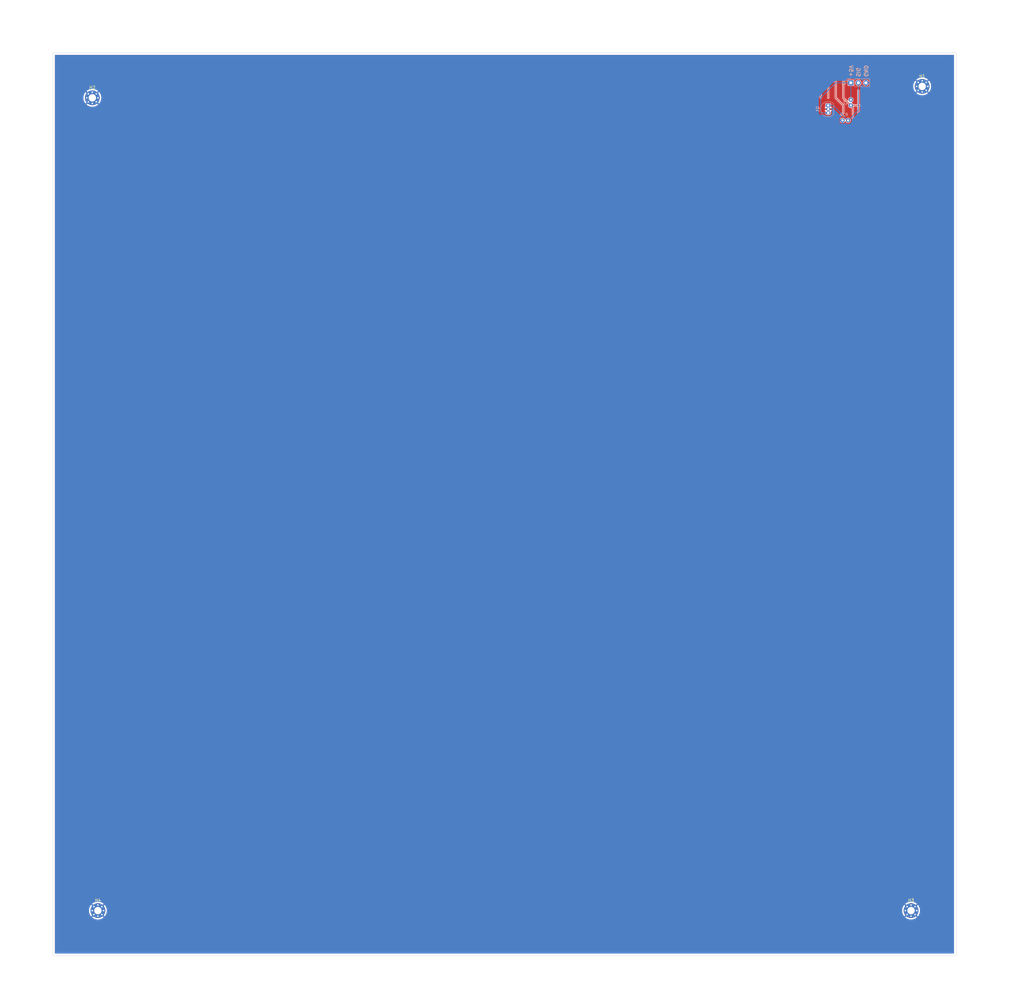
<source format=kicad_pcb>
(kicad_pcb (version 20240108) (generator "pcbnew") (generator_version "8.0")
  (title_block (title "ArUco Water Sensor") (date "2024-02-24"))
  (layers (0 "F.Cu" signal) (31 "B.Cu" signal) (34 "B.Paste" user) (35 "F.Paste" user) (36 "B.SilkS" user "B.Silkscreen") (37 "F.SilkS" user "F.Silkscreen") (38 "B.Mask" user) (39 "F.Mask" user) (44 "Edge.Cuts" user))
  (net 0 "")
  (net 1 "GND")
  (net 2 "SIG")
  (net 3 "+5V")
  (net 4 "BASE_SENSE")
  (net 5 "PWR_SENSE")
  (footprint "MountingHole:MountingHole_2.5mm_Pad_Via" (layer "F.Cu") (at 140.365 60.96)
    (property "Reference" "H2" (at 0 -3.5 0) (layer "F.SilkS"))
    (property "Value" "MountingHole_Pad" (hide yes))
    (pad "1" thru_hole circle (at -1.875 0) (size 0.8 0.8) (drill 0.5) (layers "*.Cu" "*.Mask") (net 1 "GND"))
    (pad "1" thru_hole circle (at -1.325825 -1.325825) (size 0.8 0.8) (drill 0.5) (layers "*.Cu" "*.Mask") (net 1 "GND"))
    (pad "1" thru_hole circle (at -1.325825 1.325825) (size 0.8 0.8) (drill 0.5) (layers "*.Cu" "*.Mask") (net 1 "GND"))
    (pad "1" thru_hole circle (at 0 -1.875) (size 0.8 0.8) (drill 0.5) (layers "*.Cu" "*.Mask") (net 1 "GND"))
    (pad "1" thru_hole circle (at 0 0) (size 5 5) (drill 2.5) (layers "*.Cu" "*.Mask") (net 1 "GND"))
    (pad "1" thru_hole circle (at 0 1.875) (size 0.8 0.8) (drill 0.5) (layers "*.Cu" "*.Mask") (net 1 "GND"))
    (pad "1" thru_hole circle (at 1.325825 -1.325825) (size 0.8 0.8) (drill 0.5) (layers "*.Cu" "*.Mask") (net 1 "GND"))
    (pad "1" thru_hole circle (at 1.325825 1.325825) (size 0.8 0.8) (drill 0.5) (layers "*.Cu" "*.Mask") (net 1 "GND"))
    (pad "1" thru_hole circle (at 1.875 0) (size 0.8 0.8) (drill 0.5) (layers "*.Cu" "*.Mask") (net 1 "GND"))
  )
  (footprint "MountingHole:MountingHole_2.5mm_Pad_Via" (layer "F.Cu") (at 142.24 335.28)
    (property "Reference" "H4" (at 0 -3.5 0) (layer "F.SilkS"))
    (property "Value" "MountingHole_Pad" (hide yes))
    (pad "1" thru_hole circle (at -1.875 0) (size 0.8 0.8) (drill 0.5) (layers "*.Cu" "*.Mask") (net 1 "GND"))
    (pad "1" thru_hole circle (at -1.325825 -1.325825) (size 0.8 0.8) (drill 0.5) (layers "*.Cu" "*.Mask") (net 1 "GND"))
    (pad "1" thru_hole circle (at -1.325825 1.325825) (size 0.8 0.8) (drill 0.5) (layers "*.Cu" "*.Mask") (net 1 "GND"))
    (pad "1" thru_hole circle (at 0 -1.875) (size 0.8 0.8) (drill 0.5) (layers "*.Cu" "*.Mask") (net 1 "GND"))
    (pad "1" thru_hole circle (at 0 0) (size 5 5) (drill 2.5) (layers "*.Cu" "*.Mask") (net 1 "GND"))
    (pad "1" thru_hole circle (at 0 1.875) (size 0.8 0.8) (drill 0.5) (layers "*.Cu" "*.Mask") (net 1 "GND"))
    (pad "1" thru_hole circle (at 1.325825 -1.325825) (size 0.8 0.8) (drill 0.5) (layers "*.Cu" "*.Mask") (net 1 "GND"))
    (pad "1" thru_hole circle (at 1.325825 1.325825) (size 0.8 0.8) (drill 0.5) (layers "*.Cu" "*.Mask") (net 1 "GND"))
    (pad "1" thru_hole circle (at 1.875 0) (size 0.8 0.8) (drill 0.5) (layers "*.Cu" "*.Mask") (net 1 "GND"))
  )
  (footprint "MountingHole:MountingHole_2.5mm_Pad_Via" (layer "F.Cu") (at 420.314175 57.094175)
    (property "Reference" "H1" (at 0 -3.5 0) (layer "F.SilkS"))
    (property "Value" "MountingHole_Pad" (hide yes))
    (pad "1" thru_hole circle (at -1.875 0) (size 0.8 0.8) (drill 0.5) (layers "*.Cu" "*.Mask") (net 1 "GND"))
    (pad "1" thru_hole circle (at -1.325825 -1.325825) (size 0.8 0.8) (drill 0.5) (layers "*.Cu" "*.Mask") (net 1 "GND"))
    (pad "1" thru_hole circle (at -1.325825 1.325825) (size 0.8 0.8) (drill 0.5) (layers "*.Cu" "*.Mask") (net 1 "GND"))
    (pad "1" thru_hole circle (at 0 -1.875) (size 0.8 0.8) (drill 0.5) (layers "*.Cu" "*.Mask") (net 1 "GND"))
    (pad "1" thru_hole circle (at 0 0) (size 5 5) (drill 2.5) (layers "*.Cu" "*.Mask") (net 1 "GND"))
    (pad "1" thru_hole circle (at 0 1.875) (size 0.8 0.8) (drill 0.5) (layers "*.Cu" "*.Mask") (net 1 "GND"))
    (pad "1" thru_hole circle (at 1.325825 -1.325825) (size 0.8 0.8) (drill 0.5) (layers "*.Cu" "*.Mask") (net 1 "GND"))
    (pad "1" thru_hole circle (at 1.325825 1.325825) (size 0.8 0.8) (drill 0.5) (layers "*.Cu" "*.Mask") (net 1 "GND"))
    (pad "1" thru_hole circle (at 1.875 0) (size 0.8 0.8) (drill 0.5) (layers "*.Cu" "*.Mask") (net 1 "GND"))
  )
  (footprint "MountingHole:MountingHole_2.5mm_Pad_Via" (layer "F.Cu") (at 416.56 335.28)
    (property "Reference" "H3" (at 0 -3.5 0) (layer "F.SilkS"))
    (property "Value" "MountingHole_Pad" (hide yes))
    (pad "1" thru_hole circle (at -1.875 0) (size 0.8 0.8) (drill 0.5) (layers "*.Cu" "*.Mask") (net 1 "GND"))
    (pad "1" thru_hole circle (at -1.325825 -1.325825) (size 0.8 0.8) (drill 0.5) (layers "*.Cu" "*.Mask") (net 1 "GND"))
    (pad "1" thru_hole circle (at -1.325825 1.325825) (size 0.8 0.8) (drill 0.5) (layers "*.Cu" "*.Mask") (net 1 "GND"))
    (pad "1" thru_hole circle (at 0 -1.875) (size 0.8 0.8) (drill 0.5) (layers "*.Cu" "*.Mask") (net 1 "GND"))
    (pad "1" thru_hole circle (at 0 0) (size 5 5) (drill 2.5) (layers "*.Cu" "*.Mask") (net 1 "GND"))
    (pad "1" thru_hole circle (at 0 1.875) (size 0.8 0.8) (drill 0.5) (layers "*.Cu" "*.Mask") (net 1 "GND"))
    (pad "1" thru_hole circle (at 1.325825 -1.325825) (size 0.8 0.8) (drill 0.5) (layers "*.Cu" "*.Mask") (net 1 "GND"))
    (pad "1" thru_hole circle (at 1.325825 1.325825) (size 0.8 0.8) (drill 0.5) (layers "*.Cu" "*.Mask") (net 1 "GND"))
    (pad "1" thru_hole circle (at 1.875 0) (size 0.8 0.8) (drill 0.5) (layers "*.Cu" "*.Mask") (net 1 "GND"))
  )
  (footprint "Resistor_THT:R_Axial_DIN0204_L3.6mm_D1.6mm_P1.90mm_Vertical" (layer "B.Cu") (at 395.3275 68.58 180)
    (property "Reference" "R2" (at 0.95 1.92 0) (layer "B.SilkS") (effects (justify mirror)))
    (property "Value" "100")
    (fp_arc (start 0.417133 0.7) (mid -0.813042 0.054435) (end 0.320095 -0.749359) (stroke (width 0.12)) (layer "B.SilkS"))
    (pad "1" thru_hole circle (at 0 0 180) (size 1.4 1.4) (drill 0.7) (layers "*.Cu" "*.Mask") (net 2 "SIG"))
    (pad "2" thru_hole oval (at 1.9 0 180) (size 1.4 1.4) (drill 0.7) (layers "*.Cu" "*.Mask") (net 1 "GND"))
  )
  (footprint "Connector_PinHeader_2.54mm:PinHeader_1x03_P2.54mm_Vertical" (layer "B.Cu") (at 396.24 55.88 -90)
    (property "Reference" "J2" (at 0 2.33 90) (layer "B.SilkS") (effects (justify mirror)))
    (property "Value" "Conn_01x03_Pin" (hide yes))
    (fp_line (start -1.33 1.33) (end 0 1.33) (stroke (width 0.12)) (layer "B.SilkS"))
    (fp_line (start -1.33 0) (end -1.33 1.33) (stroke (width 0.12)) (layer "B.SilkS"))
    (fp_line (start -1.33 -1.27) (end 1.33 -1.27) (stroke (width 0.12)) (layer "B.SilkS"))
    (fp_line (start -1.33 -1.27) (end -1.33 -6.41) (stroke (width 0.12)) (layer "B.SilkS"))
    (fp_line (start 1.33 -1.27) (end 1.33 -6.41) (stroke (width 0.12)) (layer "B.SilkS"))
    (fp_line (start -1.33 -6.41) (end 1.33 -6.41) (stroke (width 0.12)) (layer "B.SilkS"))
    (pad "1" thru_hole rect (at 0 0 270) (size 1.7 1.7) (drill 1) (layers "*.Cu" "*.Mask") (net 3 "+5V"))
    (pad "2" thru_hole oval (at 0 -2.54 270) (size 1.7 1.7) (drill 1) (layers "*.Cu" "*.Mask") (net 2 "SIG"))
    (pad "3" thru_hole oval (at 0 -5.08 270) (size 1.7 1.7) (drill 1) (layers "*.Cu" "*.Mask") (net 1 "GND"))
  )
  (footprint "Resistor_THT:R_Axial_DIN0204_L3.6mm_D1.6mm_P1.90mm_Vertical" (layer "B.Cu") (at 396.24 61.6 -90)
    (property "Reference" "R1" (at 0.95 1.92 90) (layer "B.SilkS") (effects (justify mirror)))
    (property "Value" "100")
    (fp_arc (start 0.417133 0.7) (mid -0.813042 0.054435) (end 0.320095 -0.749359) (stroke (width 0.12)) (layer "B.SilkS"))
    (pad "1" thru_hole circle (at 0 0 270) (size 1.4 1.4) (drill 0.7) (layers "*.Cu" "*.Mask") (net 3 "+5V"))
    (pad "2" thru_hole oval (at 1.9 0 270) (size 1.4 1.4) (drill 0.7) (layers "*.Cu" "*.Mask") (net 5 "PWR_SENSE"))
  )
  (footprint "Package_TO_SOT_THT:TO-92_Inline" (layer "B.Cu") (at 388.620006 63.5 -90)
    (property "Reference" "Q1" (at 1.27 3.56 90) (layer "B.SilkS") (effects (justify mirror)))
    (property "Value" "2N3904")
    (fp_line (start -0.53 -1.85) (end 3.07 -1.85) (stroke (width 0.12)) (layer "B.SilkS"))
    (fp_arc (start 1.27 2.6) (mid -1.132087 0.994977) (end -0.568478 -1.838478) (stroke (width 0.12)) (layer "B.SilkS"))
    (fp_arc (start 3.108478 -1.838478) (mid 3.672087 0.994977) (end 1.27 2.6) (stroke (width 0.12)) (layer "B.SilkS"))
    (pad "1" thru_hole rect (at 0 0 270) (size 1.05 1.5) (drill 0.75) (layers "*.Cu" "*.Mask") (net 2 "SIG"))
    (pad "2" thru_hole oval (at 1.27 0 270) (size 1.05 1.5) (drill 0.75) (layers "*.Cu" "*.Mask") (net 4 "BASE_SENSE"))
    (pad "3" thru_hole oval (at 2.54 0 270) (size 1.05 1.5) (drill 0.75) (layers "*.Cu" "*.Mask") (net 3 "+5V"))
  )
  (gr_rect (start 127 45.72) (end 431.8 350.52) (stroke (width 0.1)) (fill none) (layer "Edge.Cuts"))
  (gr_text "SIG" (at 398 54 270) (layer "B.SilkS") (effects (font (size 1.27 1.27) (thickness 0.25) (bold yes)) (justify left bottom mirror)))
  (gr_text "GND" (at 400.6 54 270) (layer "B.SilkS") (effects (font (size 1.27 1.27) (thickness 0.25) (bold yes)) (justify left bottom mirror)))
  (gr_text "+5V" (at 395.6 54 -90) (layer "B.SilkS") (effects (font (size 1.27 1.27) (thickness 0.25) (bold yes)) (justify left bottom mirror)))
  (segment (start 398.78 55.88) (end 398.78 65.1275) (width 0.25) (layer "B.Cu") (net 2))
  (segment (start 390.2475 63.5) (end 388.620006 63.5) (width 0.25) (layer "B.Cu") (net 2))
  (segment (start 398.78 65.1275) (end 395.3275 68.58) (width 0.25) (layer "B.Cu") (net 2))
  (segment (start 395.3275 68.58) (end 390.2475 63.5) (width 0.25) (layer "B.Cu") (net 2))
  (segment (start 391.16 55.88) (end 386.08 60.96) (width 0.25) (layer "B.Cu") (net 3))
  (segment (start 396.24 55.88) (end 391.16 55.88) (width 0.25) (layer "B.Cu") (net 3))
  (segment (start 396.24 55.88) (end 396.24 61.6) (width 0.25) (layer "B.Cu") (net 3))
  (segment (start 386.08 66.04) (end 388.620006 66.04) (width 0.25) (layer "B.Cu") (net 3))
  (segment (start 386.08 60.96) (end 386.08 66.04) (width 0.25) (layer "B.Cu") (net 3))
  (segment (start 388.620006 64.77) (end 389.275006 64.77) (width 0.25) (layer "F.Cu") (net 4))
  (segment (start 375.92 48.26) (end 375.92 347.98) (width 0.25) (layer "F.Cu") (net 5))
  (segment (start 419.1 347.98) (end 419.1 340.485) (width 0.25) (layer "F.Cu") (net 5))
  (segment (start 393.7 66.04) (end 391.16 68.58) (width 0.25) (layer "F.Cu") (net 5))
  (segment (start 416.56 62.23) (end 414.02 62.23) (width 0.25) (layer "F.Cu") (net 5))
  (segment (start 154.94 48.26) (end 154.94 347.98) (width 0.25) (layer "F.Cu") (net 5))
  (segment (start 294.64 48.26) (end 294.64 347.98) (width 0.25) (layer "F.Cu") (net 5))
  (segment (start 416.56 340.485) (end 414.02 340.485) (width 0.25) (layer "F.Cu") (net 5))
  (segment (start 208.28 48.26) (end 208.28 347.98) (width 0.25) (layer "F.Cu") (net 5))
  (segment (start 419.1 62.23) (end 416.56 62.23) (width 0.25) (layer "F.Cu") (net 5))
  (segment (start 147.445 344.17) (end 147.445 347.855) (width 0.25) (layer "F.Cu") (net 5))
  (segment (start 154.94 48.26) (end 152.4 48.26) (width 0.25) (layer "F.Cu") (net 5))
  (segment (start 414.02 347.98) (end 414.02 340.485) (width 0.25) (layer "F.Cu") (net 5))
  (segment (start 144.78 48.26) (end 142.24 48.26) (width 0.25) (layer "F.Cu") (net 5))
  (segment (start 160.02 48.26) (end 157.48 48.26) (width 0.25) (layer "F.Cu") (net 5))
  (segment (start 396.94 64.2) (end 396.94 70.42) (width 0.25) (layer "F.Cu") (net 5))
  (segment (start 276.86 48.26) (end 276.86 342.9) (width 0.25) (layer "F.Cu") (net 5))
  (segment (start 424.18 52.07) (end 421.64 52.07) (width 0.25) (layer "F.Cu") (net 5))
  (segment (start 137.16 48.26) (end 137.16 53.34) (width 0.25) (layer "F.Cu") (net 5))
  (segment (start 320.04 48.26) (end 320.04 347.98) (width 0.25) (layer "F.Cu") (net 5))
  (segment (start 317.5 48.26) (end 317.5 347.98) (width 0.25) (layer "F.Cu") (net 5))
  (segment (start 139.7 327.66) (end 137.16 327.66) (width 0.25) (layer "F.Cu") (net 5))
  (segment (start 200.66 48.26) (end 198.12 48.26) (width 0.25) (layer "F.Cu") (net 5))
  (segment (start 424.18 62.23) (end 424.18 347.98) (width 0.25) (layer "F.Cu") (net 5))
  (segment (start 137.16 327.66) (end 137.16 68.58) (width 0.25) (layer "F.Cu") (net 5))
  (segment (start 302.26 48.26) (end 302.26 347.98) (width 0.25) (layer "F.Cu") (net 5))
  (segment (start 421.64 52.07) (end 419.1 52.07) (width 0.25) (layer "F.Cu") (net 5))
  (segment (start 337.82 48.26) (end 327.66 48.26) (width 0.25) (layer "F.Cu") (net 5))
  (segment (start 215.9 48.26) (end 213.36 48.26) (width 0.25) (layer "F.Cu") (net 5))
  (segment (start 256.54 48.26) (end 256.54 347.98) (width 0.25) (layer "F.Cu") (net 5))
  (segment (start 388.62 68.58) (end 388.62 347.98) (width 0.25) (layer "F.Cu") (net 5))
  (segment (start 426.72 48.26) (end 426.72 347.98) (width 0.25) (layer "F.Cu") (net 5))
  (segment (start 384 48.26) (end 337.82 48.26) (width 0.25) (layer "F.Cu") (net 5))
  (segment (start 274.32 48.26) (end 274.32 342.9) (width 0.25) (layer "F.Cu") (net 5))
  (segment (start 254 48.26) (end 254 347.98) (width 0.25) (layer "F.Cu") (net 5))
  (segment (start 393.7 48.26) (end 391.16 48.26) (width 0.25) (layer "F.Cu") (net 5))
  (segment (start 365.76 48.26) (end 365.76 347.98) (width 0.25) (layer "F.Cu") (net 5))
  (segment (start 414.02 62.23) (end 414.02 53.34) (width 0.25) (layer "F.Cu") (net 5))
  (segment (start 139.7 48.26) (end 137.16 48.26) (width 0.25) (layer "F.Cu") (net 5))
  (segment (start 419.1 52.07) (end 417.83 52.07) (width 0.25) (layer "F.Cu") (net 5))
  (segment (start 172.72 48.26) (end 172.72 347.98) (width 0.25) (layer "F.Cu") (net 5))
  (segment (start 147.32 324.943222) (end 147.32 327.66) (width 0.25) (layer "F.Cu") (net 5))
  (segment (start 401.32 63.5) (end 401.32 71.12) (width 0.25) (layer "F.Cu") (net 5))
  (segment (start 152.4 327.66) (end 152.4 342.9) (width 0.25) (layer "F.Cu") (net 5))
  (segment (start 289.56 48.26) (end 289.56 347.98) (width 0.25) (layer "F.Cu") (net 5))
  (segment (start 190.5 48.26) (end 187.96 48.26) (width 0.25) (layer "F.Cu") (net 5))
  (segment (start 396.24 63.5) (end 398.78 63.5) (width 0.25) (layer "F.Cu") (net 5))
  (segment (start 408.94 48.26) (end 408.94 347.98) (width 0.25) (layer "F.Cu") (net 5))
  (segment (start 274.32 48.26) (end 264.16 48.26) (width 0.25) (layer "F.Cu") (net 5))
  (segment (start 396.94 70.42) (end 396.24 71.12) (width 0.25) (layer "F.Cu") (net 5))
  (segment (start 347.98 48.26) (end 347.98 347.98) (width 0.25) (layer "F.Cu") (net 5))
  (segment (start 391.16 60.96) (end 393.7 63.5) (width 0.25) (layer "F.Cu") (net 5))
  (segment (start 228.6 48.26) (end 215.9 48.26) (width 0.25) (layer "F.Cu") (net 5))
  (segment (start 287.02 48.26) (end 287.02 347.98) (width 0.25) (layer "F.Cu") (net 5))
  (segment (start 205.74 48.26) (end 203.2 48.26) (width 0.25) (layer "F.Cu") (net 5))
  (segment (start 337.82 48.26) (end 337.82 347.98) (width 0.25) (layer "F.Cu") (net 5))
  (segment (start 271.78 48.26) (end 271.78 347.98) (width 0.25) (layer "F.Cu") (net 5))
  (segment (start 396.24 71.12) (end 393.7 71.12) (width 0.25) (layer "F.Cu") (net 5))
  (segment (start 241.3 48.26) (end 241.3 347.98) (width 0.25) (layer "F.Cu") (net 5))
  (segment (start 391.16 68.58) (end 391.16 347.98) (width 0.25) (layer "F.Cu") (net 5))
  (segment (start 388.62 48.26) (end 386.08 48.26) (width 0.25) (layer "F.Cu") (net 5))
  (segment (start 238.76 48.26) (end 238.76 347.98) (width 0.25) (layer "F.Cu") (net 5))
  (segment (start 424.18 62.23) (end 421.64 62.23) (width 0.25) (layer "F.Cu") (net 5))
  (segment (start 147.32 327.66) (end 144.78 327.66) (width 0.25) (layer "F.Cu") (net 5))
  (segment (start 360.68 48.26) (end 360.68 347.98) (width 0.25) (layer "F.Cu") (net 5))
  (segment (start 401.32 71.12) (end 401.32 347.98) (width 0.25) (layer "F.Cu") (net 5))
  (segment (start 142.24 341.63) (end 139.7 341.63) (width 0.25) (layer "F.Cu") (net 5))
  (segment (start 264.16 48.26) (end 256.54 48.26) (width 0.25) (layer "F.Cu") (net 5))
  (segment (start 279.4 48.26) (end 279.4 342.9) (width 0.25) (layer "F.Cu") (net 5))
  (segment (start 175.26 48.26) (end 172.72 48.26) (width 0.25) (layer "F.Cu") (net 5))
  (segment (start 429.26 48.26) (end 429.26 347.98) (width 0.25) (layer "F.Cu") (net 5))
  (segment (start 157.48 48.26) (end 157.48 347.98) (width 0.25) (layer "F.Cu") (net 5))
  (segment (start 393.7 60.96) (end 393.7 48.26) (width 0.25) (layer "F.Cu") (net 5))
  (segment (start 421.64 340.485) (end 419.1 340.485) (width 0.25) (layer "F.Cu") (net 5))
  (segment (start 424.18 52.07) (end 424.18 62.23) (width 0.25) (layer "F.Cu") (net 5))
  (segment (start 177.8 48.26) (end 175.26 48.26) (width 0.25) (layer "F.Cu") (net 5))
  (segment (start 187.96 48.26) (end 187.96 347.98) (width 0.25) (layer "F.Cu") (net 5))
  (segment (start 307.34 48.26) (end 307.34 347.98) (width 0.25) (layer "F.Cu") (net 5))
  (segment (start 200.66 325.12) (end 200.66 347.98) (width 0.25) (layer "F.Cu") (net 5))
  (segment (start 353.06 48.26) (end 353.06 347.98) (width 0.25) (layer "F.Cu") (net 5))
  (segment (start 327.66 48.26) (end 320.04 48.26) (width 0.25) (layer "F.Cu") (net 5))
  (segment (start 383.54 48.26) (end 383.54 347.98) (width 0.25) (layer "F.Cu") (net 5))
  (segment (start 314.96 48.26) (end 314.96 347.98) (width 0.25) (layer "F.Cu") (net 5))
  (segment (start 160.02 48.26) (end 160.02 347.98) (width 0.25) (layer "F.Cu") (net 5))
  (segment (start 355.6 48.26) (end 355.6 347.98) (width 0.25) (layer "F.Cu") (net 5))
  (segment (start 325.12 48.26) (end 325.12 347.98) (width 0.25) (layer "F.Cu") (net 5))
  (segment (start 215.9 337.82) (end 215.9 347.98) (width 0.25) (layer "F.Cu") (net 5))
  (segment (start 134.62 48.26) (end 132.08 48.26) (width 0.25) (layer "F.Cu") (net 5))
  (segment (start 393.7 71.12) (end 393.7 347.98) (width 0.25) (layer "F.Cu") (net 5))
  (segment (start 147.445 327.785) (end 147.445 341.63) (width 0.25) (layer "F.Cu") (net 5))
  (segment (start 414.02 62.23) (end 414.02 327.66) (width 0.25) (layer "F.Cu") (net 5))
  (segment (start 388.62 68.58) (end 386.08 68.58) (width 0.25) (layer "F.Cu") (net 5))
  (segment (start 281.94 48.26) (end 281.94 347.98) (width 0.25) (layer "F.Cu") (net 5))
  (segment (start 350.52 48.26) (end 350.52 347.98) (width 0.25) (layer "F.Cu") (net 5))
  (segment (start 132.08 48.26) (end 132.08 347.98) (width 0.25) (layer "F.Cu") (net 5))
  (segment (start 139.7 341.63) (end 139.7 347.98) (width 0.25) (layer "F.Cu") (net 5))
  (segment (start 144.78 341.63) (end 144.78 347.98) (width 0.25) (layer "F.Cu") (net 5))
  (segment (start 177.8 48.26) (end 177.8 347.98) (width 0.25) (layer "F.Cu") (net 5))
  (segment (start 231.14 48.26) (end 231.14 347.98) (width 0.25) (layer "F.Cu") (net 5))
  (segment (start 167.64 48.26) (end 167.64 347.98) (width 0.25) (layer "F.Cu") (net 5))
  (segment (start 292.1 48.26) (end 292.1 347.98) (width 0.25) (layer "F.Cu") (net 5))
  (segment (start 147.445 341.63) (end 147.445 344.17) (width 0.25) (layer "F.Cu") (net 5))
  (segment (start 137.16 48.26) (end 134.62 48.26) (width 0.25) (layer "F.Cu") (net 5))
  (segment (start 139.7 341.63) (end 137.16 341.63) (width 0.25) (layer "F.Cu") (net 5))
  (segment (start 142.24 48.26) (end 139.7 48.26) (width 0.25) (layer "F.Cu") (net 5))
  (segment (start 185.42 48.26) (end 185.42 347.98) (width 0.25) (layer "F.Cu") (net 5))
  (segment (start 398.78 63.5) (end 398.78 58.42) (width 0.25) (layer "F.Cu") (net 5))
  (segment (start 391.16 68.58) (end 388.62 68.58) (width 0.25) (layer "F.Cu") (net 5))
  (segment (start 292.1 48.26) (end 274.32 48.26) (width 0.25) (layer "F.Cu") (net 5))
  (segment (start 391.16 48.26) (end 388.62 48.26) (width 0.25) (layer "F.Cu") (net 5))
  (segment (start 137.16 53.34) (end 137.16 55.88) (width 0.25) (layer "F.Cu") (net 5))
  (segment (start 330.2 48.26) (end 330.2 347.98) (width 0.25) (layer "F.Cu") (net 5))
  (segment (start 210.82 48.26) (end 208.28 48.26) (width 0.25) (layer "F.Cu") (net 5))
  (segment (start 228.6 48.26) (end 228.6 347.98) (width 0.25) (layer "F.Cu") (net 5))
  (segment (start 137.16 68.58) (end 137.16 67.31) (width 0.25) (layer "F.Cu") (net 5))
  (segment (start 215.9 48.26) (end 215.9 337.82) (width 0.25) (layer "F.Cu") (net 5))
  (segment (start 421.64 62.23) (end 419.1 62.23) (width 0.25) (layer "F.Cu") (net 5))
  (segment (start 203.2 48.26) (end 203.2 347.98) (width 0.25) (layer "F.Cu") (net 5))
  (segment (start 134.62 66.04) (end 134.62 347.98) (width 0.25) (layer "F.Cu") (net 5))
  (segment (start 185.42 48.26) (end 182.88 48.26) (width 0.25) (layer "F.Cu") (net 5))
  (segment (start 408.94 48.26) (end 408.94 347.98) (width 0.25) (layer "F.Cu") (net 5))
  (segment (start 195.58 48.26) (end 193.04 48.26) (width 0.25) (layer "F.Cu") (net 5))
  (segment (start 421.64 52.07) (end 421.64 49.53) (width 0.25) (layer "F.Cu") (net 5))
  (segment (start 386.08 68.58) (end 386.08 347.98) (width 0.25) (layer "F.Cu") (net 5))
  (segment (start 213.36 48.26) (end 210.82 48.26) (width 0.25) (layer "F.Cu") (net 5))
  (segment (start 142.24 341.63) (end 142.24 347.98) (width 0.25) (layer "F.Cu") (net 5))
  (segment (start 340.36 48.26) (end 340.36 347.98) (width 0.25) (layer "F.Cu") (net 5))
  (segment (start 142.24 48.26) (end 142.24 53.34) (width 0.25) (layer "F.Cu") (net 5))
  (segment (start 401.32 48.26) (end 429.26 48.26) (width 0.25) (layer "F.Cu") (net 5))
  (segment (start 411.48 48.26) (end 411.48 342.9) (width 0.25) (layer "F.Cu") (net 5))
  (segment (start 175.26 48.26) (end 175.26 347.98) (width 0.25) (layer "F.Cu") (net 5))
  (segment (start 203.2 48.26) (end 200.66 48.26) (width 0.25) (layer "F.Cu") (net 5))
  (segment (start 421.64 347.98) (end 421.64 340.485) (width 0.25) (layer "F.Cu") (net 5))
  (segment (start 193.04 332.74) (end 193.04 347.98) (width 0.25) (layer "F.Cu") (net 5))
  (segment (start 419.1 52.07) (end 419.1 49.53) (width 0.25) (layer "F.Cu") (net 5))
  (segment (start 312.42 48.26) (end 312.42 347.98) (width 0.25) (layer "F.Cu") (net 5))
  (segment (start 236.22 48.26) (end 236.22 347.98) (width 0.25) (layer "F.Cu") (net 5))
  (segment (start 137.16 341.63) (end 137.16 347.98) (width 0.25) (layer "F.Cu") (net 5))
  (segment (start 264.16 48.26) (end 264.16 347.98) (width 0.25) (layer "F.Cu") (net 5))
  (segment (start 259.08 48.26) (end 259.08 347.98) (width 0.25) (layer "F.Cu") (net 5))
  (segment (start 220.98 48.26) (end 220.98 347.98) (width 0.25) (layer "F.Cu") (net 5))
  (segment (start 363.22 48.26) (end 363.22 347.98) (width 0.25) (layer "F.Cu") (net 5))
  (segment (start 304.8 48.26) (end 304.8 347.98) (width 0.25) (layer "F.Cu") (net 5))
  (segment (start 167.64 48.26) (end 165.1 48.26) (width 0.25) (layer "F.Cu") (net 5))
  (segment (start 165.1 287.02) (end 165.1 347.98) (width 0.25) (layer "F.Cu") (net 5))
  (segment (start 200.66 48.26) (end 200.66 325.12) (width 0.25) (layer "F.Cu") (net 5))
  (segment (start 248.92 48.26) (end 248.92 347.98) (width 0.25) (layer "F.Cu") (net 5))
  (segment (start 134.62 48.26) (end 134.62 66.04) (width 0.25) (layer "F.Cu") (net 5))
  (segment (start 398.78 71.12) (end 398.78 347.98) (width 0.25) (layer "F.Cu") (net 5))
  (segment (start 396.24 63.5) (end 393.7 60.96) (width 0.25) (layer "F.Cu") (net 5))
  (segment (start 198.12 48.26) (end 195.58 48.26) (width 0.25) (layer "F.Cu") (net 5))
  (segment (start 368.3 48.26) (end 368.3 347.98) (width 0.25) (layer "F.Cu") (net 5))
  (segment (start 180.34 48.26) (end 180.34 347.98) (width 0.25) (layer "F.Cu") (net 5))
  (segment (start 414.02 340.485) (end 411.48 340.485) (width 0.25) (layer "F.Cu") (net 5))
  (segment (start 398.78 63.5) (end 401.32 63.5) (width 0.25) (layer "F.Cu") (net 5))
  (segment (start 322.58 48.26) (end 322.58 347.98) (width 0.25) (layer "F.Cu") (net 5))
  (segment (start 144.78 327.66) (end 144.78 67.31) (width 0.25) (layer "F.Cu") (net 5))
  (segment (start 266.7 48.26) (end 266.7 347.98) (width 0.25) (layer "F.Cu") (net 5))
  (segment (start 421.64 62.23) (end 421.64 327.66) (width 0.25) (layer "F.Cu") (net 5))
  (segment (start 144.78 341.63) (end 142.24 341.63) (width 0.25) (layer "F.Cu") (net 5))
  (segment (start 182.88 48.26) (end 180.34 48.26) (width 0.25) (layer "F.Cu") (net 5))
  (segment (start 386.08 48.26) (end 384 48.26) (width 0.25) (layer "F.Cu") (net 5))
  (segment (start 205.74 48.26) (end 205.74 347.98) (width 0.25) (layer "F.Cu") (net 5))
  (segment (start 299.72 48.26) (end 299.72 347.98) (width 0.25) (layer "F.Cu") (net 5))
  (segment (start 335.28 48.26) (end 335.28 347.98) (width 0.25) (layer "F.Cu") (net 5))
  (segment (start 152.4 48.26) (end 152.4 327.66) (width 0.25) (layer "F.Cu") (net 5))
  (segment (start 137.16 55.88) (end 144.78 55.88) (width 0.25) (layer "F.Cu") (net 5))
  (segment (start 129.54 48.26) (end 129.54 347.98) (width 0.25) (layer "F.Cu") (net 5))
  (segment (start 256.54 48.26) (end 228.6 48.26) (width 0.25) (layer "F.Cu") (net 5))
  (segment (start 327.66 48.26) (end 327.66 347.98) (width 0.25) (layer "F.Cu") (net 5))
  (segment (start 332.74 48.26) (end 332.74 347.98) (width 0.25) (layer "F.Cu") (net 5))
  (segment (start 320.04 48.26) (end 292.1 48.26) (width 0.25) (layer "F.Cu") (net 5))
  (segment (start 415.29 52.07) (end 414.02 52.07) (width 0.25) (layer "F.Cu") (net 5))
  (segment (start 144.78 48.26) (end 144.78 53.34) (width 0.25) (layer "F.Cu") (net 5))
  (segment (start 152.4 342.9) (end 152.4 347.98) (width 0.25) (layer "F.Cu") (net 5))
  (segment (start 396.24 71.12) (end 396.24 347.98) (width 0.25) (layer "F.Cu") (net 5))
  (segment (start 417.83 52.07) (end 416.56 52.07) (width 0.25) (layer "F.Cu") (net 5))
  (segment (start 157.48 48.26) (end 154.94 48.26) (width 0.25) (layer "F.Cu") (net 5))
  (segment (start 396.24 48.26) (end 398.78 48.26) (width 0.25) (layer "F.Cu") (net 5))
  (segment (start 251.46 48.26) (end 251.46 347.98) (width 0.25) (layer "F.Cu") (net 5))
  (segment (start 193.04 48.26) (end 190.5 48.26) (width 0.25) (layer "F.Cu") (net 5))
  (segment (start 279.4 342.9) (end 279.4 347.98) (width 0.25) (layer "F.Cu") (net 5))
  (segment (start 149.86 327.66) (end 149.86 347.98) (width 0.25) (layer "F.Cu") (net 5))
  (segment (start 233.68 48.26) (end 233.68 347.98) (width 0.25) (layer "F.Cu") (net 5))
  (segment (start 416.56 52.07) (end 415.29 52.07) (width 0.25) (layer "F.Cu") (net 5))
  (segment (start 398.78 63.5) (end 398.78 71.12) (width 0.25) (layer "F.Cu") (net 5))
  (segment (start 152.4 48.26) (end 149.86 48.26) (width 0.25) (layer "F.Cu") (net 5))
  (segment (start 139.7 48.26) (end 139.7 53.34) (width 0.25) (layer "F.Cu") (net 5))
  (segment (start 309.88 48.26) (end 309.88 347.98) (width 0.25) (layer "F.Cu") (net 5))
  (segment (start 342.9 48.26) (end 342.9 347.98) (width 0.25) (layer "F.Cu") (net 5))
  (segment (start 223.52 48.26) (end 223.52 347.98) (width 0.25) (layer "F.Cu") (net 5))
  (segment (start 243.84 48.26) (end 243.84 347.98) (width 0.25) (layer "F.Cu") (net 5))
  (segment (start 142.24 327.66) (end 142.24 67.31) (width 0.25) (layer "F.Cu") (net 5))
  (segment (start 411.48 342.9) (end 411.48 347.98) (width 0.25) (layer "F.Cu") (net 5))
  (segment (start 172.72 48.26) (end 170.18 48.26) (width 0.25) (layer "F.Cu") (net 5))
  (segment (start 193.04 48.26) (end 193.04 332.74) (width 0.25) (layer "F.Cu") (net 5))
  (segment (start 378.46 48.26) (end 378.46 347.98) (width 0.25) (layer "F.Cu") (net 5))
  (segment (start 383.54 48.26) (end 384 48.26) (width 0.25) (layer "F.Cu") (net 5))
  (segment (start 165.1 48.26) (end 165.1 287.02) (width 0.25) (layer "F.Cu") (net 5))
  (segment (start 261.62 48.26) (end 261.62 347.98) (width 0.25) (layer "F.Cu") (net 5))
  (segment (start 396.24 48.26) (end 396.24 53.34) (width 0.25) (layer "F.Cu") (net 5))
  (segment (start 190.5 48.26) (end 190.5 347.98) (width 0.25) (layer "F.Cu") (net 5))
  (segment (start 419.1 62.23) (end 419.1 327.66) (width 0.25) (layer "F.Cu") (net 5))
  (segment (start 147.445 341.63) (end 144.78 341.63) (width 0.25) (layer "F.Cu") (net 5))
  (segment (start 396.24 63.5) (end 396.94 64.2) (width 0.25) (layer "F.Cu") (net 5))
  (segment (start 386.08 48.26) (end 386.08 60.96) (width 0.25) (layer "F.Cu") (net 5))
  (segment (start 414.02 52.07) (end 414.02 49.53) (width 0.25) (layer "F.Cu") (net 5))
  (segment (start 162.56 48.26) (end 160.02 48.26) (width 0.25) (layer "F.Cu") (net 5))
  (segment (start 269.24 48.26) (end 269.24 347.98) (width 0.25) (layer "F.Cu") (net 5))
  (segment (start 218.44 48.26) (end 218.44 347.98) (width 0.25) (layer "F.Cu") (net 5))
  (segment (start 424.18 48.26) (end 424.18 52.07) (width 0.25) (layer "F.Cu") (net 5))
  (segment (start 139.7 327.66) (end 139.7 67.31) (width 0.25) (layer "F.Cu") (net 5))
  (segment (start 132.08 48.26) (end 129.54 48.26) (width 0.25) (layer "F.Cu") (net 5))
  (segment (start 208.28 48.26) (end 205.74 48.26) (width 0.25) (layer "F.Cu") (net 5))
  (segment (start 391.16 48.26) (end 391.16 60.96) (width 0.25) (layer "F.Cu") (net 5))
  (segment (start 180.34 48.26) (end 177.8 48.26) (width 0.25) (layer "F.Cu") (net 5))
  (segment (start 284.48 48.26) (end 284.48 347.98) (width 0.25) (layer "F.Cu") (net 5))
  (segment (start 187.96 48.26) (end 185.42 48.26) (width 0.25) (layer "F.Cu") (net 5))
  (segment (start 393.7 63.5) (end 393.7 66.04) (width 0.25) (layer "F.Cu") (net 5))
  (segment (start 403.86 48.26) (end 403.86 347.98) (width 0.25) (layer "F.Cu") (net 5))
  (segment (start 226.06 48.26) (end 226.06 347.98) (width 0.25) (layer "F.Cu") (net 5))
  (segment (start 144.78 327.66) (end 142.24 327.66) (width 0.25) (layer "F.Cu") (net 5))
  (segment (start 274.32 342.9) (end 274.32 347.98) (width 0.25) (layer "F.Cu") (net 5))
  (segment (start 165.1 48.26) (end 162.56 48.26) (width 0.25) (layer "F.Cu") (net 5))
  (segment (start 198.12 48.26) (end 198.12 347.98) (width 0.25) (layer "F.Cu") (net 5))
  (segment (start 147.32 48.26) (end 144.78 48.26) (width 0.25) (layer "F.Cu") (net 5))
  (segment (start 393.7 48.26) (end 396.24 48.26) (width 0.25) (layer "F.Cu") (net 5))
  (segment (start 416.56 52.07) (end 416.56 49.53) (width 0.25) (layer "F.Cu") (net 5))
  (segment (start 401.32 48.26) (end 401.32 53.34) (width 0.25) (layer "F.Cu") (net 5))
  (segment (start 147.32 327.66) (end 147.445 327.785) (width 0.25) (layer "F.Cu") (net 5))
  (segment (start 416.56 62.23) (end 416.56 327.66) (width 0.25) (layer "F.Cu") (net 5))
  (segment (start 373.38 48.26) (end 373.38 347.98) (width 0.25) (layer "F.Cu") (net 5))
  (segment (start 406.4 48.26) (end 406.4 347.98) (width 0.25) (layer "F.Cu") (net 5))
  (segment (start 398.78 48.26) (end 401.32 48.26) (width 0.25) (layer "F.Cu") (net 5))
  (segment (start 149.86 48.26) (end 147.32 48.26) (width 0.25) (layer "F.Cu") (net 5))
  (segment (start 142.24 327.66) (end 139.7 327.66) (width 0.25) (layer "F.Cu") (net 5))
  (segment (start 358.14 48.26) (end 358.14 347.98) (width 0.25) (layer "F.Cu") (net 5))
  (segment (start 170.18 48.26) (end 167.64 48.26) (width 0.25) (layer "F.Cu") (net 5))
  (segment (start 276.86 342.9) (end 276.86 347.98) (width 0.25) (layer "F.Cu") (net 5))
  (segment (start 381 48.26) (end 381 347.98) (width 0.25) (layer "F.Cu") (net 5))
  (segment (start 147.32 48.26) (end 147.32 324.943222) (width 0.25) (layer "F.Cu") (net 5))
  (segment (start 398.78 48.26) (end 398.78 53.34) (width 0.25) (layer "F.Cu") (net 5))
  (segment (start 416.56 347.98) (end 416.56 340.485) (width 0.25) (layer "F.Cu") (net 5))
  (segment (start 170.18 48.26) (end 170.18 347.98) (width 0.25) (layer "F.Cu") (net 5))
  (segment (start 370.84 48.26) (end 370.84 347.98) (width 0.25) (layer "F.Cu") (net 5))
  (segment (start 195.58 48.26) (end 195.58 347.98) (width 0.25) (layer "F.Cu") (net 5))
  (segment (start 419.1 340.485) (end 416.56 340.485) (width 0.25) (layer "F.Cu") (net 5))
  (segment (start 210.82 48.26) (end 210.82 347.98) (width 0.25) (layer "F.Cu") (net 5))
  (segment (start 149.86 48.26) (end 149.86 327.66) (width 0.25) (layer "F.Cu") (net 5))
  (segment (start 345.44 48.26) (end 345.44 347.98) (width 0.25) (layer "F.Cu") (net 5))
  (segment (start 182.88 48.26) (end 182.88 347.98) (width 0.25) (layer "F.Cu") (net 5))
  (segment (start 213.36 48.26) (end 213.36 347.98) (width 0.25) (layer "F.Cu") (net 5))
  (segment (start 388.62 48.26) (end 388.62 60.96) (width 0.25) (layer "F.Cu") (net 5))
  (segment (start 401.32 63.5) (end 401.32 58.42) (width 0.25) (layer "F.Cu") (net 5))
  (segment (start 297.18 48.26) (end 297.18 347.98) (width 0.25) (layer "F.Cu") (net 5))
  (segment (start 246.38 48.26) (end 246.38 347.98) (width 0.25) (layer "F.Cu") (net 5))
  (segment (start 162.56 48.26) (end 162.56 347.98) (width 0.25) (layer "F.Cu") (net 5))
  (zone (net 0) (net_name "") (layer "F.Cu") (connect_pads (clearance 0)) (min_thickness 0.25)
    (keepout (tracks not_allowed) (vias not_allowed) (pads allowed) (copperpour not_allowed) (footprints allowed))
    (fill (thermal_gap 0.5) (thermal_bridge_width 0.5))
    (polygon (pts (xy 411.48 330.2) (xy 421.64 330.2) (xy 421.64 340.36) (xy 411.48 340.36)))
  )
  (zone (net 0) (net_name "") (layer "F.Cu") (connect_pads (clearance 0)) (min_thickness 0.25)
    (keepout (tracks allowed) (vias not_allowed) (pads allowed) (copperpour not_allowed) (footprints allowed))
    (fill (thermal_gap 0.5) (thermal_bridge_width 0.5))
    (polygon (pts (xy 135.83 55.88) (xy 145.99 55.88) (xy 145.99 66.04) (xy 135.83 66.04)))
  )
  (zone (net 4) (net_name "BASE_SENSE") (layer "F.Cu") (priority 2) (connect_pads (clearance 0.1)) (min_thickness 0.25) (fill yes (thermal_gap 0.5) (thermal_bridge_width 0.5))
    (polygon (pts (xy 454.66 27.94) (xy 109.22 27.94) (xy 109.22 365.76) (xy 454.66 365.76)))
  )
  (zone (net 0) (net_name "") (layer "F.Cu") (connect_pads (clearance 0)) (min_thickness 0.25)
    (keepout (tracks not_allowed) (vias not_allowed) (pads allowed) (copperpour not_allowed) (footprints allowed))
    (fill (thermal_gap 0.5) (thermal_bridge_width 0.5))
    (polygon (pts (xy 137.16 330.2) (xy 147.32 330.2) (xy 147.32 340.36) (xy 137.16 340.36)))
  )
  (zone (net 0) (net_name "") (layer "F.Cu") (connect_pads (clearance 0)) (min_thickness 0.25)
    (keepout (tracks not_allowed) (vias not_allowed) (pads allowed) (copperpour not_allowed) (footprints allowed))
    (fill (thermal_gap 0.5) (thermal_bridge_width 0.5))
    (polygon (pts (xy 416.56 53.34) (xy 424.18 53.34) (xy 424.18 60.96) (xy 416.56 60.96)))
  )
  (zone (net 1) (net_name "GND") (layer "B.Cu") (priority 1) (connect_pads (clearance 0.508)) (min_thickness 0.25) (fill yes (thermal_gap 0.5) (thermal_bridge_width 0.5))
    (polygon (pts (xy 444.5 35.56) (xy 444.5 360.68) (xy 119.38 360.68) (xy 119.38 35.56)))
  )
)
</source>
